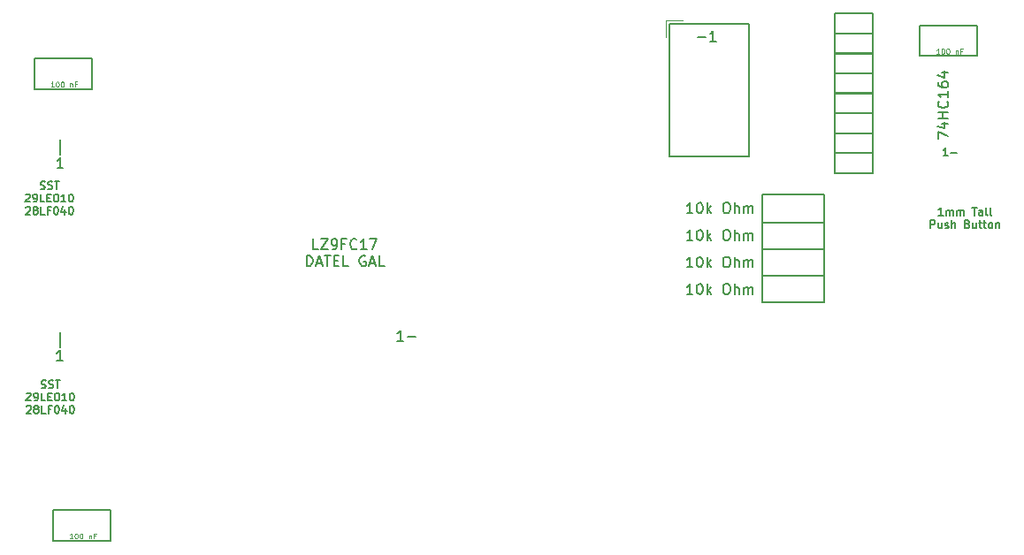
<source format=gbr>
%TF.GenerationSoftware,KiCad,Pcbnew,(6.0.2)*%
%TF.CreationDate,2022-10-22T23:08:43-05:00*%
%TF.ProjectId,REF1220,52454631-3232-4302-9e6b-696361645f70,rev?*%
%TF.SameCoordinates,Original*%
%TF.FileFunction,Legend,Top*%
%TF.FilePolarity,Positive*%
%FSLAX46Y46*%
G04 Gerber Fmt 4.6, Leading zero omitted, Abs format (unit mm)*
G04 Created by KiCad (PCBNEW (6.0.2)) date 2022-10-22 23:08:43*
%MOMM*%
%LPD*%
G01*
G04 APERTURE LIST*
%ADD10C,0.150000*%
%ADD11C,0.125000*%
%ADD12C,0.120000*%
G04 APERTURE END LIST*
D10*
X169809857Y-73797428D02*
X170571761Y-73797428D01*
X171571761Y-74178380D02*
X171000333Y-74178380D01*
X171286047Y-74178380D02*
X171286047Y-73178380D01*
X171190809Y-73321238D01*
X171095571Y-73416476D01*
X171000333Y-73464095D01*
X106905857Y-88330071D02*
X107013000Y-88365785D01*
X107191571Y-88365785D01*
X107263000Y-88330071D01*
X107298714Y-88294357D01*
X107334428Y-88222928D01*
X107334428Y-88151500D01*
X107298714Y-88080071D01*
X107263000Y-88044357D01*
X107191571Y-88008642D01*
X107048714Y-87972928D01*
X106977285Y-87937214D01*
X106941571Y-87901500D01*
X106905857Y-87830071D01*
X106905857Y-87758642D01*
X106941571Y-87687214D01*
X106977285Y-87651500D01*
X107048714Y-87615785D01*
X107227285Y-87615785D01*
X107334428Y-87651500D01*
X107620142Y-88330071D02*
X107727285Y-88365785D01*
X107905857Y-88365785D01*
X107977285Y-88330071D01*
X108013000Y-88294357D01*
X108048714Y-88222928D01*
X108048714Y-88151500D01*
X108013000Y-88080071D01*
X107977285Y-88044357D01*
X107905857Y-88008642D01*
X107763000Y-87972928D01*
X107691571Y-87937214D01*
X107655857Y-87901500D01*
X107620142Y-87830071D01*
X107620142Y-87758642D01*
X107655857Y-87687214D01*
X107691571Y-87651500D01*
X107763000Y-87615785D01*
X107941571Y-87615785D01*
X108048714Y-87651500D01*
X108263000Y-87615785D02*
X108691571Y-87615785D01*
X108477285Y-88365785D02*
X108477285Y-87615785D01*
X105477285Y-88894714D02*
X105513000Y-88859000D01*
X105584428Y-88823285D01*
X105763000Y-88823285D01*
X105834428Y-88859000D01*
X105870142Y-88894714D01*
X105905857Y-88966142D01*
X105905857Y-89037571D01*
X105870142Y-89144714D01*
X105441571Y-89573285D01*
X105905857Y-89573285D01*
X106263000Y-89573285D02*
X106405857Y-89573285D01*
X106477285Y-89537571D01*
X106513000Y-89501857D01*
X106584428Y-89394714D01*
X106620142Y-89251857D01*
X106620142Y-88966142D01*
X106584428Y-88894714D01*
X106548714Y-88859000D01*
X106477285Y-88823285D01*
X106334428Y-88823285D01*
X106263000Y-88859000D01*
X106227285Y-88894714D01*
X106191571Y-88966142D01*
X106191571Y-89144714D01*
X106227285Y-89216142D01*
X106263000Y-89251857D01*
X106334428Y-89287571D01*
X106477285Y-89287571D01*
X106548714Y-89251857D01*
X106584428Y-89216142D01*
X106620142Y-89144714D01*
X107298714Y-89573285D02*
X106941571Y-89573285D01*
X106941571Y-88823285D01*
X107548714Y-89180428D02*
X107798714Y-89180428D01*
X107905857Y-89573285D02*
X107548714Y-89573285D01*
X107548714Y-88823285D01*
X107905857Y-88823285D01*
X108370142Y-88823285D02*
X108441571Y-88823285D01*
X108513000Y-88859000D01*
X108548714Y-88894714D01*
X108584428Y-88966142D01*
X108620142Y-89109000D01*
X108620142Y-89287571D01*
X108584428Y-89430428D01*
X108548714Y-89501857D01*
X108513000Y-89537571D01*
X108441571Y-89573285D01*
X108370142Y-89573285D01*
X108298714Y-89537571D01*
X108263000Y-89501857D01*
X108227285Y-89430428D01*
X108191571Y-89287571D01*
X108191571Y-89109000D01*
X108227285Y-88966142D01*
X108263000Y-88894714D01*
X108298714Y-88859000D01*
X108370142Y-88823285D01*
X109334428Y-89573285D02*
X108905857Y-89573285D01*
X109120142Y-89573285D02*
X109120142Y-88823285D01*
X109048714Y-88930428D01*
X108977285Y-89001857D01*
X108905857Y-89037571D01*
X109798714Y-88823285D02*
X109870142Y-88823285D01*
X109941571Y-88859000D01*
X109977285Y-88894714D01*
X110013000Y-88966142D01*
X110048714Y-89109000D01*
X110048714Y-89287571D01*
X110013000Y-89430428D01*
X109977285Y-89501857D01*
X109941571Y-89537571D01*
X109870142Y-89573285D01*
X109798714Y-89573285D01*
X109727285Y-89537571D01*
X109691571Y-89501857D01*
X109655857Y-89430428D01*
X109620142Y-89287571D01*
X109620142Y-89109000D01*
X109655857Y-88966142D01*
X109691571Y-88894714D01*
X109727285Y-88859000D01*
X109798714Y-88823285D01*
X105495142Y-90102214D02*
X105530857Y-90066500D01*
X105602285Y-90030785D01*
X105780857Y-90030785D01*
X105852285Y-90066500D01*
X105888000Y-90102214D01*
X105923714Y-90173642D01*
X105923714Y-90245071D01*
X105888000Y-90352214D01*
X105459428Y-90780785D01*
X105923714Y-90780785D01*
X106352285Y-90352214D02*
X106280857Y-90316500D01*
X106245142Y-90280785D01*
X106209428Y-90209357D01*
X106209428Y-90173642D01*
X106245142Y-90102214D01*
X106280857Y-90066500D01*
X106352285Y-90030785D01*
X106495142Y-90030785D01*
X106566571Y-90066500D01*
X106602285Y-90102214D01*
X106638000Y-90173642D01*
X106638000Y-90209357D01*
X106602285Y-90280785D01*
X106566571Y-90316500D01*
X106495142Y-90352214D01*
X106352285Y-90352214D01*
X106280857Y-90387928D01*
X106245142Y-90423642D01*
X106209428Y-90495071D01*
X106209428Y-90637928D01*
X106245142Y-90709357D01*
X106280857Y-90745071D01*
X106352285Y-90780785D01*
X106495142Y-90780785D01*
X106566571Y-90745071D01*
X106602285Y-90709357D01*
X106638000Y-90637928D01*
X106638000Y-90495071D01*
X106602285Y-90423642D01*
X106566571Y-90387928D01*
X106495142Y-90352214D01*
X107316571Y-90780785D02*
X106959428Y-90780785D01*
X106959428Y-90030785D01*
X107816571Y-90387928D02*
X107566571Y-90387928D01*
X107566571Y-90780785D02*
X107566571Y-90030785D01*
X107923714Y-90030785D01*
X108352285Y-90030785D02*
X108423714Y-90030785D01*
X108495142Y-90066500D01*
X108530857Y-90102214D01*
X108566571Y-90173642D01*
X108602285Y-90316500D01*
X108602285Y-90495071D01*
X108566571Y-90637928D01*
X108530857Y-90709357D01*
X108495142Y-90745071D01*
X108423714Y-90780785D01*
X108352285Y-90780785D01*
X108280857Y-90745071D01*
X108245142Y-90709357D01*
X108209428Y-90637928D01*
X108173714Y-90495071D01*
X108173714Y-90316500D01*
X108209428Y-90173642D01*
X108245142Y-90102214D01*
X108280857Y-90066500D01*
X108352285Y-90030785D01*
X109245142Y-90280785D02*
X109245142Y-90780785D01*
X109066571Y-89995071D02*
X108888000Y-90530785D01*
X109352285Y-90530785D01*
X109780857Y-90030785D02*
X109852285Y-90030785D01*
X109923714Y-90066500D01*
X109959428Y-90102214D01*
X109995142Y-90173642D01*
X110030857Y-90316500D01*
X110030857Y-90495071D01*
X109995142Y-90637928D01*
X109959428Y-90709357D01*
X109923714Y-90745071D01*
X109852285Y-90780785D01*
X109780857Y-90780785D01*
X109709428Y-90745071D01*
X109673714Y-90709357D01*
X109638000Y-90637928D01*
X109602285Y-90495071D01*
X109602285Y-90316500D01*
X109638000Y-90173642D01*
X109673714Y-90102214D01*
X109709428Y-90066500D01*
X109780857Y-90030785D01*
X106984857Y-107386071D02*
X107092000Y-107421785D01*
X107270571Y-107421785D01*
X107342000Y-107386071D01*
X107377714Y-107350357D01*
X107413428Y-107278928D01*
X107413428Y-107207500D01*
X107377714Y-107136071D01*
X107342000Y-107100357D01*
X107270571Y-107064642D01*
X107127714Y-107028928D01*
X107056285Y-106993214D01*
X107020571Y-106957500D01*
X106984857Y-106886071D01*
X106984857Y-106814642D01*
X107020571Y-106743214D01*
X107056285Y-106707500D01*
X107127714Y-106671785D01*
X107306285Y-106671785D01*
X107413428Y-106707500D01*
X107699142Y-107386071D02*
X107806285Y-107421785D01*
X107984857Y-107421785D01*
X108056285Y-107386071D01*
X108092000Y-107350357D01*
X108127714Y-107278928D01*
X108127714Y-107207500D01*
X108092000Y-107136071D01*
X108056285Y-107100357D01*
X107984857Y-107064642D01*
X107842000Y-107028928D01*
X107770571Y-106993214D01*
X107734857Y-106957500D01*
X107699142Y-106886071D01*
X107699142Y-106814642D01*
X107734857Y-106743214D01*
X107770571Y-106707500D01*
X107842000Y-106671785D01*
X108020571Y-106671785D01*
X108127714Y-106707500D01*
X108342000Y-106671785D02*
X108770571Y-106671785D01*
X108556285Y-107421785D02*
X108556285Y-106671785D01*
X105556285Y-107950714D02*
X105592000Y-107915000D01*
X105663428Y-107879285D01*
X105842000Y-107879285D01*
X105913428Y-107915000D01*
X105949142Y-107950714D01*
X105984857Y-108022142D01*
X105984857Y-108093571D01*
X105949142Y-108200714D01*
X105520571Y-108629285D01*
X105984857Y-108629285D01*
X106342000Y-108629285D02*
X106484857Y-108629285D01*
X106556285Y-108593571D01*
X106592000Y-108557857D01*
X106663428Y-108450714D01*
X106699142Y-108307857D01*
X106699142Y-108022142D01*
X106663428Y-107950714D01*
X106627714Y-107915000D01*
X106556285Y-107879285D01*
X106413428Y-107879285D01*
X106342000Y-107915000D01*
X106306285Y-107950714D01*
X106270571Y-108022142D01*
X106270571Y-108200714D01*
X106306285Y-108272142D01*
X106342000Y-108307857D01*
X106413428Y-108343571D01*
X106556285Y-108343571D01*
X106627714Y-108307857D01*
X106663428Y-108272142D01*
X106699142Y-108200714D01*
X107377714Y-108629285D02*
X107020571Y-108629285D01*
X107020571Y-107879285D01*
X107627714Y-108236428D02*
X107877714Y-108236428D01*
X107984857Y-108629285D02*
X107627714Y-108629285D01*
X107627714Y-107879285D01*
X107984857Y-107879285D01*
X108449142Y-107879285D02*
X108520571Y-107879285D01*
X108592000Y-107915000D01*
X108627714Y-107950714D01*
X108663428Y-108022142D01*
X108699142Y-108165000D01*
X108699142Y-108343571D01*
X108663428Y-108486428D01*
X108627714Y-108557857D01*
X108592000Y-108593571D01*
X108520571Y-108629285D01*
X108449142Y-108629285D01*
X108377714Y-108593571D01*
X108342000Y-108557857D01*
X108306285Y-108486428D01*
X108270571Y-108343571D01*
X108270571Y-108165000D01*
X108306285Y-108022142D01*
X108342000Y-107950714D01*
X108377714Y-107915000D01*
X108449142Y-107879285D01*
X109413428Y-108629285D02*
X108984857Y-108629285D01*
X109199142Y-108629285D02*
X109199142Y-107879285D01*
X109127714Y-107986428D01*
X109056285Y-108057857D01*
X108984857Y-108093571D01*
X109877714Y-107879285D02*
X109949142Y-107879285D01*
X110020571Y-107915000D01*
X110056285Y-107950714D01*
X110092000Y-108022142D01*
X110127714Y-108165000D01*
X110127714Y-108343571D01*
X110092000Y-108486428D01*
X110056285Y-108557857D01*
X110020571Y-108593571D01*
X109949142Y-108629285D01*
X109877714Y-108629285D01*
X109806285Y-108593571D01*
X109770571Y-108557857D01*
X109734857Y-108486428D01*
X109699142Y-108343571D01*
X109699142Y-108165000D01*
X109734857Y-108022142D01*
X109770571Y-107950714D01*
X109806285Y-107915000D01*
X109877714Y-107879285D01*
X105574142Y-109158214D02*
X105609857Y-109122500D01*
X105681285Y-109086785D01*
X105859857Y-109086785D01*
X105931285Y-109122500D01*
X105967000Y-109158214D01*
X106002714Y-109229642D01*
X106002714Y-109301071D01*
X105967000Y-109408214D01*
X105538428Y-109836785D01*
X106002714Y-109836785D01*
X106431285Y-109408214D02*
X106359857Y-109372500D01*
X106324142Y-109336785D01*
X106288428Y-109265357D01*
X106288428Y-109229642D01*
X106324142Y-109158214D01*
X106359857Y-109122500D01*
X106431285Y-109086785D01*
X106574142Y-109086785D01*
X106645571Y-109122500D01*
X106681285Y-109158214D01*
X106717000Y-109229642D01*
X106717000Y-109265357D01*
X106681285Y-109336785D01*
X106645571Y-109372500D01*
X106574142Y-109408214D01*
X106431285Y-109408214D01*
X106359857Y-109443928D01*
X106324142Y-109479642D01*
X106288428Y-109551071D01*
X106288428Y-109693928D01*
X106324142Y-109765357D01*
X106359857Y-109801071D01*
X106431285Y-109836785D01*
X106574142Y-109836785D01*
X106645571Y-109801071D01*
X106681285Y-109765357D01*
X106717000Y-109693928D01*
X106717000Y-109551071D01*
X106681285Y-109479642D01*
X106645571Y-109443928D01*
X106574142Y-109408214D01*
X107395571Y-109836785D02*
X107038428Y-109836785D01*
X107038428Y-109086785D01*
X107895571Y-109443928D02*
X107645571Y-109443928D01*
X107645571Y-109836785D02*
X107645571Y-109086785D01*
X108002714Y-109086785D01*
X108431285Y-109086785D02*
X108502714Y-109086785D01*
X108574142Y-109122500D01*
X108609857Y-109158214D01*
X108645571Y-109229642D01*
X108681285Y-109372500D01*
X108681285Y-109551071D01*
X108645571Y-109693928D01*
X108609857Y-109765357D01*
X108574142Y-109801071D01*
X108502714Y-109836785D01*
X108431285Y-109836785D01*
X108359857Y-109801071D01*
X108324142Y-109765357D01*
X108288428Y-109693928D01*
X108252714Y-109551071D01*
X108252714Y-109372500D01*
X108288428Y-109229642D01*
X108324142Y-109158214D01*
X108359857Y-109122500D01*
X108431285Y-109086785D01*
X109324142Y-109336785D02*
X109324142Y-109836785D01*
X109145571Y-109051071D02*
X108967000Y-109586785D01*
X109431285Y-109586785D01*
X109859857Y-109086785D02*
X109931285Y-109086785D01*
X110002714Y-109122500D01*
X110038428Y-109158214D01*
X110074142Y-109229642D01*
X110109857Y-109372500D01*
X110109857Y-109551071D01*
X110074142Y-109693928D01*
X110038428Y-109765357D01*
X110002714Y-109801071D01*
X109931285Y-109836785D01*
X109859857Y-109836785D01*
X109788428Y-109801071D01*
X109752714Y-109765357D01*
X109717000Y-109693928D01*
X109681285Y-109551071D01*
X109681285Y-109372500D01*
X109717000Y-109229642D01*
X109752714Y-109158214D01*
X109788428Y-109122500D01*
X109859857Y-109086785D01*
X133510190Y-94122380D02*
X133034000Y-94122380D01*
X133034000Y-93122380D01*
X133748285Y-93122380D02*
X134414952Y-93122380D01*
X133748285Y-94122380D01*
X134414952Y-94122380D01*
X134843523Y-94122380D02*
X135034000Y-94122380D01*
X135129238Y-94074761D01*
X135176857Y-94027142D01*
X135272095Y-93884285D01*
X135319714Y-93693809D01*
X135319714Y-93312857D01*
X135272095Y-93217619D01*
X135224476Y-93170000D01*
X135129238Y-93122380D01*
X134938761Y-93122380D01*
X134843523Y-93170000D01*
X134795904Y-93217619D01*
X134748285Y-93312857D01*
X134748285Y-93550952D01*
X134795904Y-93646190D01*
X134843523Y-93693809D01*
X134938761Y-93741428D01*
X135129238Y-93741428D01*
X135224476Y-93693809D01*
X135272095Y-93646190D01*
X135319714Y-93550952D01*
X136081619Y-93598571D02*
X135748285Y-93598571D01*
X135748285Y-94122380D02*
X135748285Y-93122380D01*
X136224476Y-93122380D01*
X137176857Y-94027142D02*
X137129238Y-94074761D01*
X136986380Y-94122380D01*
X136891142Y-94122380D01*
X136748285Y-94074761D01*
X136653047Y-93979523D01*
X136605428Y-93884285D01*
X136557809Y-93693809D01*
X136557809Y-93550952D01*
X136605428Y-93360476D01*
X136653047Y-93265238D01*
X136748285Y-93170000D01*
X136891142Y-93122380D01*
X136986380Y-93122380D01*
X137129238Y-93170000D01*
X137176857Y-93217619D01*
X138129238Y-94122380D02*
X137557809Y-94122380D01*
X137843523Y-94122380D02*
X137843523Y-93122380D01*
X137748285Y-93265238D01*
X137653047Y-93360476D01*
X137557809Y-93408095D01*
X138462571Y-93122380D02*
X139129238Y-93122380D01*
X138700666Y-94122380D01*
X132391142Y-95732380D02*
X132391142Y-94732380D01*
X132629238Y-94732380D01*
X132772095Y-94780000D01*
X132867333Y-94875238D01*
X132914952Y-94970476D01*
X132962571Y-95160952D01*
X132962571Y-95303809D01*
X132914952Y-95494285D01*
X132867333Y-95589523D01*
X132772095Y-95684761D01*
X132629238Y-95732380D01*
X132391142Y-95732380D01*
X133343523Y-95446666D02*
X133819714Y-95446666D01*
X133248285Y-95732380D02*
X133581619Y-94732380D01*
X133914952Y-95732380D01*
X134105428Y-94732380D02*
X134676857Y-94732380D01*
X134391142Y-95732380D02*
X134391142Y-94732380D01*
X135010190Y-95208571D02*
X135343523Y-95208571D01*
X135486380Y-95732380D02*
X135010190Y-95732380D01*
X135010190Y-94732380D01*
X135486380Y-94732380D01*
X136391142Y-95732380D02*
X135914952Y-95732380D01*
X135914952Y-94732380D01*
X138010190Y-94780000D02*
X137914952Y-94732380D01*
X137772095Y-94732380D01*
X137629238Y-94780000D01*
X137534000Y-94875238D01*
X137486380Y-94970476D01*
X137438761Y-95160952D01*
X137438761Y-95303809D01*
X137486380Y-95494285D01*
X137534000Y-95589523D01*
X137629238Y-95684761D01*
X137772095Y-95732380D01*
X137867333Y-95732380D01*
X138010190Y-95684761D01*
X138057809Y-95637142D01*
X138057809Y-95303809D01*
X137867333Y-95303809D01*
X138438761Y-95446666D02*
X138914952Y-95446666D01*
X138343523Y-95732380D02*
X138676857Y-94732380D01*
X139010190Y-95732380D01*
X139819714Y-95732380D02*
X139343523Y-95732380D01*
X139343523Y-94732380D01*
X175995000Y-94087000D02*
X181935000Y-94087000D01*
X181935000Y-94087000D02*
X181935000Y-96624000D01*
X181935000Y-96624000D02*
X175995000Y-96624000D01*
X175995000Y-96624000D02*
X175995000Y-94087000D01*
X181935000Y-96624000D02*
X176001000Y-96624000D01*
X176001000Y-96624000D02*
X176001000Y-99185000D01*
X176001000Y-99185000D02*
X181935000Y-99185000D01*
X181935000Y-99185000D02*
X181935000Y-96624000D01*
X181936000Y-91565000D02*
X175995000Y-91565000D01*
X175995000Y-91565000D02*
X175995000Y-94087000D01*
X175995000Y-94087000D02*
X181936000Y-94087000D01*
X181936000Y-94087000D02*
X181936000Y-91565000D01*
X181936000Y-91563000D02*
X175998000Y-91563000D01*
X175998000Y-91563000D02*
X175998000Y-88905000D01*
X175998000Y-88905000D02*
X181936000Y-88905000D01*
X181936000Y-88905000D02*
X181936000Y-91563000D01*
X169353952Y-95837712D02*
X168782523Y-95837712D01*
X169068238Y-95837712D02*
X169068238Y-94837712D01*
X168973000Y-94980570D01*
X168877761Y-95075808D01*
X168782523Y-95123427D01*
X169973000Y-94837712D02*
X170068238Y-94837712D01*
X170163476Y-94885332D01*
X170211095Y-94932951D01*
X170258714Y-95028189D01*
X170306333Y-95218665D01*
X170306333Y-95456760D01*
X170258714Y-95647236D01*
X170211095Y-95742474D01*
X170163476Y-95790093D01*
X170068238Y-95837712D01*
X169973000Y-95837712D01*
X169877761Y-95790093D01*
X169830142Y-95742474D01*
X169782523Y-95647236D01*
X169734904Y-95456760D01*
X169734904Y-95218665D01*
X169782523Y-95028189D01*
X169830142Y-94932951D01*
X169877761Y-94885332D01*
X169973000Y-94837712D01*
X170734904Y-95837712D02*
X170734904Y-94837712D01*
X170830142Y-95456760D02*
X171115857Y-95837712D01*
X171115857Y-95171046D02*
X170734904Y-95551998D01*
X172496809Y-94837712D02*
X172687285Y-94837712D01*
X172782523Y-94885332D01*
X172877761Y-94980570D01*
X172925380Y-95171046D01*
X172925380Y-95504379D01*
X172877761Y-95694855D01*
X172782523Y-95790093D01*
X172687285Y-95837712D01*
X172496809Y-95837712D01*
X172401571Y-95790093D01*
X172306333Y-95694855D01*
X172258714Y-95504379D01*
X172258714Y-95171046D01*
X172306333Y-94980570D01*
X172401571Y-94885332D01*
X172496809Y-94837712D01*
X173353952Y-95837712D02*
X173353952Y-94837712D01*
X173782523Y-95837712D02*
X173782523Y-95313903D01*
X173734904Y-95218665D01*
X173639666Y-95171046D01*
X173496809Y-95171046D01*
X173401571Y-95218665D01*
X173353952Y-95266284D01*
X174258714Y-95837712D02*
X174258714Y-95171046D01*
X174258714Y-95266284D02*
X174306333Y-95218665D01*
X174401571Y-95171046D01*
X174544428Y-95171046D01*
X174639666Y-95218665D01*
X174687285Y-95313903D01*
X174687285Y-95837712D01*
X174687285Y-95313903D02*
X174734904Y-95218665D01*
X174830142Y-95171046D01*
X174973000Y-95171046D01*
X175068238Y-95218665D01*
X175115857Y-95313903D01*
X175115857Y-95837712D01*
X169353952Y-93248046D02*
X168782523Y-93248046D01*
X169068238Y-93248046D02*
X169068238Y-92248046D01*
X168973000Y-92390904D01*
X168877761Y-92486142D01*
X168782523Y-92533761D01*
X169973000Y-92248046D02*
X170068238Y-92248046D01*
X170163476Y-92295666D01*
X170211095Y-92343285D01*
X170258714Y-92438523D01*
X170306333Y-92628999D01*
X170306333Y-92867094D01*
X170258714Y-93057570D01*
X170211095Y-93152808D01*
X170163476Y-93200427D01*
X170068238Y-93248046D01*
X169973000Y-93248046D01*
X169877761Y-93200427D01*
X169830142Y-93152808D01*
X169782523Y-93057570D01*
X169734904Y-92867094D01*
X169734904Y-92628999D01*
X169782523Y-92438523D01*
X169830142Y-92343285D01*
X169877761Y-92295666D01*
X169973000Y-92248046D01*
X170734904Y-93248046D02*
X170734904Y-92248046D01*
X170830142Y-92867094D02*
X171115857Y-93248046D01*
X171115857Y-92581380D02*
X170734904Y-92962332D01*
X172496809Y-92248046D02*
X172687285Y-92248046D01*
X172782523Y-92295666D01*
X172877761Y-92390904D01*
X172925380Y-92581380D01*
X172925380Y-92914713D01*
X172877761Y-93105189D01*
X172782523Y-93200427D01*
X172687285Y-93248046D01*
X172496809Y-93248046D01*
X172401571Y-93200427D01*
X172306333Y-93105189D01*
X172258714Y-92914713D01*
X172258714Y-92581380D01*
X172306333Y-92390904D01*
X172401571Y-92295666D01*
X172496809Y-92248046D01*
X173353952Y-93248046D02*
X173353952Y-92248046D01*
X173782523Y-93248046D02*
X173782523Y-92724237D01*
X173734904Y-92628999D01*
X173639666Y-92581380D01*
X173496809Y-92581380D01*
X173401571Y-92628999D01*
X173353952Y-92676618D01*
X174258714Y-93248046D02*
X174258714Y-92581380D01*
X174258714Y-92676618D02*
X174306333Y-92628999D01*
X174401571Y-92581380D01*
X174544428Y-92581380D01*
X174639666Y-92628999D01*
X174687285Y-92724237D01*
X174687285Y-93248046D01*
X174687285Y-92724237D02*
X174734904Y-92628999D01*
X174830142Y-92581380D01*
X174973000Y-92581380D01*
X175068238Y-92628999D01*
X175115857Y-92724237D01*
X175115857Y-93248046D01*
X169353952Y-90658380D02*
X168782523Y-90658380D01*
X169068238Y-90658380D02*
X169068238Y-89658380D01*
X168973000Y-89801238D01*
X168877761Y-89896476D01*
X168782523Y-89944095D01*
X169973000Y-89658380D02*
X170068238Y-89658380D01*
X170163476Y-89706000D01*
X170211095Y-89753619D01*
X170258714Y-89848857D01*
X170306333Y-90039333D01*
X170306333Y-90277428D01*
X170258714Y-90467904D01*
X170211095Y-90563142D01*
X170163476Y-90610761D01*
X170068238Y-90658380D01*
X169973000Y-90658380D01*
X169877761Y-90610761D01*
X169830142Y-90563142D01*
X169782523Y-90467904D01*
X169734904Y-90277428D01*
X169734904Y-90039333D01*
X169782523Y-89848857D01*
X169830142Y-89753619D01*
X169877761Y-89706000D01*
X169973000Y-89658380D01*
X170734904Y-90658380D02*
X170734904Y-89658380D01*
X170830142Y-90277428D02*
X171115857Y-90658380D01*
X171115857Y-89991714D02*
X170734904Y-90372666D01*
X172496809Y-89658380D02*
X172687285Y-89658380D01*
X172782523Y-89706000D01*
X172877761Y-89801238D01*
X172925380Y-89991714D01*
X172925380Y-90325047D01*
X172877761Y-90515523D01*
X172782523Y-90610761D01*
X172687285Y-90658380D01*
X172496809Y-90658380D01*
X172401571Y-90610761D01*
X172306333Y-90515523D01*
X172258714Y-90325047D01*
X172258714Y-89991714D01*
X172306333Y-89801238D01*
X172401571Y-89706000D01*
X172496809Y-89658380D01*
X173353952Y-90658380D02*
X173353952Y-89658380D01*
X173782523Y-90658380D02*
X173782523Y-90134571D01*
X173734904Y-90039333D01*
X173639666Y-89991714D01*
X173496809Y-89991714D01*
X173401571Y-90039333D01*
X173353952Y-90086952D01*
X174258714Y-90658380D02*
X174258714Y-89991714D01*
X174258714Y-90086952D02*
X174306333Y-90039333D01*
X174401571Y-89991714D01*
X174544428Y-89991714D01*
X174639666Y-90039333D01*
X174687285Y-90134571D01*
X174687285Y-90658380D01*
X174687285Y-90134571D02*
X174734904Y-90039333D01*
X174830142Y-89991714D01*
X174973000Y-89991714D01*
X175068238Y-90039333D01*
X175115857Y-90134571D01*
X175115857Y-90658380D01*
X193767000Y-85170285D02*
X193338428Y-85170285D01*
X193552714Y-85170285D02*
X193552714Y-84420285D01*
X193481285Y-84527428D01*
X193409857Y-84598857D01*
X193338428Y-84634571D01*
X194088428Y-84884571D02*
X194659857Y-84884571D01*
X141644666Y-102878380D02*
X141073238Y-102878380D01*
X141358952Y-102878380D02*
X141358952Y-101878380D01*
X141263714Y-102021238D01*
X141168476Y-102116476D01*
X141073238Y-102164095D01*
X142073238Y-102497428D02*
X142835142Y-102497428D01*
X193330714Y-90881535D02*
X192902142Y-90881535D01*
X193116428Y-90881535D02*
X193116428Y-90131535D01*
X193045000Y-90238678D01*
X192973571Y-90310107D01*
X192902142Y-90345821D01*
X193652142Y-90881535D02*
X193652142Y-90381535D01*
X193652142Y-90452964D02*
X193687857Y-90417250D01*
X193759285Y-90381535D01*
X193866428Y-90381535D01*
X193937857Y-90417250D01*
X193973571Y-90488678D01*
X193973571Y-90881535D01*
X193973571Y-90488678D02*
X194009285Y-90417250D01*
X194080714Y-90381535D01*
X194187857Y-90381535D01*
X194259285Y-90417250D01*
X194295000Y-90488678D01*
X194295000Y-90881535D01*
X194652142Y-90881535D02*
X194652142Y-90381535D01*
X194652142Y-90452964D02*
X194687857Y-90417250D01*
X194759285Y-90381535D01*
X194866428Y-90381535D01*
X194937857Y-90417250D01*
X194973571Y-90488678D01*
X194973571Y-90881535D01*
X194973571Y-90488678D02*
X195009285Y-90417250D01*
X195080714Y-90381535D01*
X195187857Y-90381535D01*
X195259285Y-90417250D01*
X195295000Y-90488678D01*
X195295000Y-90881535D01*
X196116428Y-90131535D02*
X196545000Y-90131535D01*
X196330714Y-90881535D02*
X196330714Y-90131535D01*
X197116428Y-90881535D02*
X197116428Y-90488678D01*
X197080714Y-90417250D01*
X197009285Y-90381535D01*
X196866428Y-90381535D01*
X196795000Y-90417250D01*
X197116428Y-90845821D02*
X197045000Y-90881535D01*
X196866428Y-90881535D01*
X196795000Y-90845821D01*
X196759285Y-90774392D01*
X196759285Y-90702964D01*
X196795000Y-90631535D01*
X196866428Y-90595821D01*
X197045000Y-90595821D01*
X197116428Y-90560107D01*
X197580714Y-90881535D02*
X197509285Y-90845821D01*
X197473571Y-90774392D01*
X197473571Y-90131535D01*
X197973571Y-90881535D02*
X197902142Y-90845821D01*
X197866428Y-90774392D01*
X197866428Y-90131535D01*
X192134285Y-92089035D02*
X192134285Y-91339035D01*
X192420000Y-91339035D01*
X192491428Y-91374750D01*
X192527142Y-91410464D01*
X192562857Y-91481892D01*
X192562857Y-91589035D01*
X192527142Y-91660464D01*
X192491428Y-91696178D01*
X192420000Y-91731892D01*
X192134285Y-91731892D01*
X193205714Y-91589035D02*
X193205714Y-92089035D01*
X192884285Y-91589035D02*
X192884285Y-91981892D01*
X192920000Y-92053321D01*
X192991428Y-92089035D01*
X193098571Y-92089035D01*
X193170000Y-92053321D01*
X193205714Y-92017607D01*
X193527142Y-92053321D02*
X193598571Y-92089035D01*
X193741428Y-92089035D01*
X193812857Y-92053321D01*
X193848571Y-91981892D01*
X193848571Y-91946178D01*
X193812857Y-91874750D01*
X193741428Y-91839035D01*
X193634285Y-91839035D01*
X193562857Y-91803321D01*
X193527142Y-91731892D01*
X193527142Y-91696178D01*
X193562857Y-91624750D01*
X193634285Y-91589035D01*
X193741428Y-91589035D01*
X193812857Y-91624750D01*
X194170000Y-92089035D02*
X194170000Y-91339035D01*
X194491428Y-92089035D02*
X194491428Y-91696178D01*
X194455714Y-91624750D01*
X194384285Y-91589035D01*
X194277142Y-91589035D01*
X194205714Y-91624750D01*
X194170000Y-91660464D01*
X195670000Y-91696178D02*
X195777142Y-91731892D01*
X195812857Y-91767607D01*
X195848571Y-91839035D01*
X195848571Y-91946178D01*
X195812857Y-92017607D01*
X195777142Y-92053321D01*
X195705714Y-92089035D01*
X195420000Y-92089035D01*
X195420000Y-91339035D01*
X195670000Y-91339035D01*
X195741428Y-91374750D01*
X195777142Y-91410464D01*
X195812857Y-91481892D01*
X195812857Y-91553321D01*
X195777142Y-91624750D01*
X195741428Y-91660464D01*
X195670000Y-91696178D01*
X195420000Y-91696178D01*
X196491428Y-91589035D02*
X196491428Y-92089035D01*
X196170000Y-91589035D02*
X196170000Y-91981892D01*
X196205714Y-92053321D01*
X196277142Y-92089035D01*
X196384285Y-92089035D01*
X196455714Y-92053321D01*
X196491428Y-92017607D01*
X196741428Y-91589035D02*
X197027142Y-91589035D01*
X196848571Y-91339035D02*
X196848571Y-91981892D01*
X196884285Y-92053321D01*
X196955714Y-92089035D01*
X197027142Y-92089035D01*
X197170000Y-91589035D02*
X197455714Y-91589035D01*
X197277142Y-91339035D02*
X197277142Y-91981892D01*
X197312857Y-92053321D01*
X197384285Y-92089035D01*
X197455714Y-92089035D01*
X197812857Y-92089035D02*
X197741428Y-92053321D01*
X197705714Y-92017607D01*
X197670000Y-91946178D01*
X197670000Y-91731892D01*
X197705714Y-91660464D01*
X197741428Y-91624750D01*
X197812857Y-91589035D01*
X197920000Y-91589035D01*
X197991428Y-91624750D01*
X198027142Y-91660464D01*
X198062857Y-91731892D01*
X198062857Y-91946178D01*
X198027142Y-92017607D01*
X197991428Y-92053321D01*
X197920000Y-92089035D01*
X197812857Y-92089035D01*
X198384285Y-91589035D02*
X198384285Y-92089035D01*
X198384285Y-91660464D02*
X198420000Y-91624750D01*
X198491428Y-91589035D01*
X198598571Y-91589035D01*
X198670000Y-91624750D01*
X198705714Y-91696178D01*
X198705714Y-92089035D01*
X108781000Y-85053714D02*
X108781000Y-83625142D01*
X109066714Y-86330380D02*
X108495285Y-86330380D01*
X108781000Y-86330380D02*
X108781000Y-85330380D01*
X108685761Y-85473238D01*
X108590523Y-85568476D01*
X108495285Y-85616095D01*
X169353952Y-98427380D02*
X168782523Y-98427380D01*
X169068238Y-98427380D02*
X169068238Y-97427380D01*
X168973000Y-97570238D01*
X168877761Y-97665476D01*
X168782523Y-97713095D01*
X169973000Y-97427380D02*
X170068238Y-97427380D01*
X170163476Y-97475000D01*
X170211095Y-97522619D01*
X170258714Y-97617857D01*
X170306333Y-97808333D01*
X170306333Y-98046428D01*
X170258714Y-98236904D01*
X170211095Y-98332142D01*
X170163476Y-98379761D01*
X170068238Y-98427380D01*
X169973000Y-98427380D01*
X169877761Y-98379761D01*
X169830142Y-98332142D01*
X169782523Y-98236904D01*
X169734904Y-98046428D01*
X169734904Y-97808333D01*
X169782523Y-97617857D01*
X169830142Y-97522619D01*
X169877761Y-97475000D01*
X169973000Y-97427380D01*
X170734904Y-98427380D02*
X170734904Y-97427380D01*
X170830142Y-98046428D02*
X171115857Y-98427380D01*
X171115857Y-97760714D02*
X170734904Y-98141666D01*
X172496809Y-97427380D02*
X172687285Y-97427380D01*
X172782523Y-97475000D01*
X172877761Y-97570238D01*
X172925380Y-97760714D01*
X172925380Y-98094047D01*
X172877761Y-98284523D01*
X172782523Y-98379761D01*
X172687285Y-98427380D01*
X172496809Y-98427380D01*
X172401571Y-98379761D01*
X172306333Y-98284523D01*
X172258714Y-98094047D01*
X172258714Y-97760714D01*
X172306333Y-97570238D01*
X172401571Y-97475000D01*
X172496809Y-97427380D01*
X173353952Y-98427380D02*
X173353952Y-97427380D01*
X173782523Y-98427380D02*
X173782523Y-97903571D01*
X173734904Y-97808333D01*
X173639666Y-97760714D01*
X173496809Y-97760714D01*
X173401571Y-97808333D01*
X173353952Y-97855952D01*
X174258714Y-98427380D02*
X174258714Y-97760714D01*
X174258714Y-97855952D02*
X174306333Y-97808333D01*
X174401571Y-97760714D01*
X174544428Y-97760714D01*
X174639666Y-97808333D01*
X174687285Y-97903571D01*
X174687285Y-98427380D01*
X174687285Y-97903571D02*
X174734904Y-97808333D01*
X174830142Y-97760714D01*
X174973000Y-97760714D01*
X175068238Y-97808333D01*
X175115857Y-97903571D01*
X175115857Y-98427380D01*
X192828380Y-83553904D02*
X192828380Y-82887238D01*
X193828380Y-83315809D01*
X193161714Y-82077714D02*
X193828380Y-82077714D01*
X192780761Y-82315809D02*
X193495047Y-82553904D01*
X193495047Y-81934857D01*
X193828380Y-81553904D02*
X192828380Y-81553904D01*
X193304571Y-81553904D02*
X193304571Y-80982476D01*
X193828380Y-80982476D02*
X192828380Y-80982476D01*
X193733142Y-79934857D02*
X193780761Y-79982476D01*
X193828380Y-80125333D01*
X193828380Y-80220571D01*
X193780761Y-80363428D01*
X193685523Y-80458666D01*
X193590285Y-80506285D01*
X193399809Y-80553904D01*
X193256952Y-80553904D01*
X193066476Y-80506285D01*
X192971238Y-80458666D01*
X192876000Y-80363428D01*
X192828380Y-80220571D01*
X192828380Y-80125333D01*
X192876000Y-79982476D01*
X192923619Y-79934857D01*
X193828380Y-78982476D02*
X193828380Y-79553904D01*
X193828380Y-79268190D02*
X192828380Y-79268190D01*
X192971238Y-79363428D01*
X193066476Y-79458666D01*
X193114095Y-79553904D01*
X192828380Y-78125333D02*
X192828380Y-78315809D01*
X192876000Y-78411047D01*
X192923619Y-78458666D01*
X193066476Y-78553904D01*
X193256952Y-78601523D01*
X193637904Y-78601523D01*
X193733142Y-78553904D01*
X193780761Y-78506285D01*
X193828380Y-78411047D01*
X193828380Y-78220571D01*
X193780761Y-78125333D01*
X193733142Y-78077714D01*
X193637904Y-78030095D01*
X193399809Y-78030095D01*
X193304571Y-78077714D01*
X193256952Y-78125333D01*
X193209333Y-78220571D01*
X193209333Y-78411047D01*
X193256952Y-78506285D01*
X193304571Y-78553904D01*
X193399809Y-78601523D01*
X193161714Y-77172952D02*
X193828380Y-77172952D01*
X192780761Y-77411047D02*
X193495047Y-77649142D01*
X193495047Y-77030095D01*
X108755000Y-103526714D02*
X108755000Y-102098142D01*
X109040714Y-104803380D02*
X108469285Y-104803380D01*
X108755000Y-104803380D02*
X108755000Y-103803380D01*
X108659761Y-103946238D01*
X108564523Y-104041476D01*
X108469285Y-104089095D01*
D11*
%TO.C,C3*%
X192973714Y-75385190D02*
X192688000Y-75385190D01*
X192830857Y-75385190D02*
X192830857Y-74885190D01*
X192783238Y-74956619D01*
X192735619Y-75004238D01*
X192688000Y-75028047D01*
X193283238Y-74885190D02*
X193330857Y-74885190D01*
X193378476Y-74909000D01*
X193402285Y-74932809D01*
X193426095Y-74980428D01*
X193449904Y-75075666D01*
X193449904Y-75194714D01*
X193426095Y-75289952D01*
X193402285Y-75337571D01*
X193378476Y-75361380D01*
X193330857Y-75385190D01*
X193283238Y-75385190D01*
X193235619Y-75361380D01*
X193211809Y-75337571D01*
X193188000Y-75289952D01*
X193164190Y-75194714D01*
X193164190Y-75075666D01*
X193188000Y-74980428D01*
X193211809Y-74932809D01*
X193235619Y-74909000D01*
X193283238Y-74885190D01*
X193759428Y-74885190D02*
X193807047Y-74885190D01*
X193854666Y-74909000D01*
X193878476Y-74932809D01*
X193902285Y-74980428D01*
X193926095Y-75075666D01*
X193926095Y-75194714D01*
X193902285Y-75289952D01*
X193878476Y-75337571D01*
X193854666Y-75361380D01*
X193807047Y-75385190D01*
X193759428Y-75385190D01*
X193711809Y-75361380D01*
X193688000Y-75337571D01*
X193664190Y-75289952D01*
X193640380Y-75194714D01*
X193640380Y-75075666D01*
X193664190Y-74980428D01*
X193688000Y-74932809D01*
X193711809Y-74909000D01*
X193759428Y-74885190D01*
X194521333Y-75051857D02*
X194521333Y-75385190D01*
X194521333Y-75099476D02*
X194545142Y-75075666D01*
X194592761Y-75051857D01*
X194664190Y-75051857D01*
X194711809Y-75075666D01*
X194735619Y-75123285D01*
X194735619Y-75385190D01*
X195140380Y-75123285D02*
X194973714Y-75123285D01*
X194973714Y-75385190D02*
X194973714Y-74885190D01*
X195211809Y-74885190D01*
%TO.C,C2*%
X109992714Y-121842690D02*
X109707000Y-121842690D01*
X109849857Y-121842690D02*
X109849857Y-121342690D01*
X109802238Y-121414119D01*
X109754619Y-121461738D01*
X109707000Y-121485547D01*
X110302238Y-121342690D02*
X110349857Y-121342690D01*
X110397476Y-121366500D01*
X110421285Y-121390309D01*
X110445095Y-121437928D01*
X110468904Y-121533166D01*
X110468904Y-121652214D01*
X110445095Y-121747452D01*
X110421285Y-121795071D01*
X110397476Y-121818880D01*
X110349857Y-121842690D01*
X110302238Y-121842690D01*
X110254619Y-121818880D01*
X110230809Y-121795071D01*
X110207000Y-121747452D01*
X110183190Y-121652214D01*
X110183190Y-121533166D01*
X110207000Y-121437928D01*
X110230809Y-121390309D01*
X110254619Y-121366500D01*
X110302238Y-121342690D01*
X110778428Y-121342690D02*
X110826047Y-121342690D01*
X110873666Y-121366500D01*
X110897476Y-121390309D01*
X110921285Y-121437928D01*
X110945095Y-121533166D01*
X110945095Y-121652214D01*
X110921285Y-121747452D01*
X110897476Y-121795071D01*
X110873666Y-121818880D01*
X110826047Y-121842690D01*
X110778428Y-121842690D01*
X110730809Y-121818880D01*
X110707000Y-121795071D01*
X110683190Y-121747452D01*
X110659380Y-121652214D01*
X110659380Y-121533166D01*
X110683190Y-121437928D01*
X110707000Y-121390309D01*
X110730809Y-121366500D01*
X110778428Y-121342690D01*
X111540333Y-121509357D02*
X111540333Y-121842690D01*
X111540333Y-121556976D02*
X111564142Y-121533166D01*
X111611761Y-121509357D01*
X111683190Y-121509357D01*
X111730809Y-121533166D01*
X111754619Y-121580785D01*
X111754619Y-121842690D01*
X112159380Y-121580785D02*
X111992714Y-121580785D01*
X111992714Y-121842690D02*
X111992714Y-121342690D01*
X112230809Y-121342690D01*
%TO.C,C1*%
X108187714Y-78561690D02*
X107902000Y-78561690D01*
X108044857Y-78561690D02*
X108044857Y-78061690D01*
X107997238Y-78133119D01*
X107949619Y-78180738D01*
X107902000Y-78204547D01*
X108497238Y-78061690D02*
X108544857Y-78061690D01*
X108592476Y-78085500D01*
X108616285Y-78109309D01*
X108640095Y-78156928D01*
X108663904Y-78252166D01*
X108663904Y-78371214D01*
X108640095Y-78466452D01*
X108616285Y-78514071D01*
X108592476Y-78537880D01*
X108544857Y-78561690D01*
X108497238Y-78561690D01*
X108449619Y-78537880D01*
X108425809Y-78514071D01*
X108402000Y-78466452D01*
X108378190Y-78371214D01*
X108378190Y-78252166D01*
X108402000Y-78156928D01*
X108425809Y-78109309D01*
X108449619Y-78085500D01*
X108497238Y-78061690D01*
X108973428Y-78061690D02*
X109021047Y-78061690D01*
X109068666Y-78085500D01*
X109092476Y-78109309D01*
X109116285Y-78156928D01*
X109140095Y-78252166D01*
X109140095Y-78371214D01*
X109116285Y-78466452D01*
X109092476Y-78514071D01*
X109068666Y-78537880D01*
X109021047Y-78561690D01*
X108973428Y-78561690D01*
X108925809Y-78537880D01*
X108902000Y-78514071D01*
X108878190Y-78466452D01*
X108854380Y-78371214D01*
X108854380Y-78252166D01*
X108878190Y-78156928D01*
X108902000Y-78109309D01*
X108925809Y-78085500D01*
X108973428Y-78061690D01*
X109735333Y-78228357D02*
X109735333Y-78561690D01*
X109735333Y-78275976D02*
X109759142Y-78252166D01*
X109806761Y-78228357D01*
X109878190Y-78228357D01*
X109925809Y-78252166D01*
X109949619Y-78299785D01*
X109949619Y-78561690D01*
X110354380Y-78299785D02*
X110187714Y-78299785D01*
X110187714Y-78561690D02*
X110187714Y-78061690D01*
X110425809Y-78061690D01*
D10*
%TO.C,R10*%
X182987500Y-81052000D02*
X186588500Y-81052000D01*
X186588500Y-81052000D02*
X186588500Y-82982000D01*
X186588500Y-82982000D02*
X182987500Y-82982000D01*
X182987500Y-82982000D02*
X182987500Y-81052000D01*
%TO.C,R8*%
X182987500Y-77242000D02*
X186588500Y-77242000D01*
X186588500Y-77242000D02*
X186588500Y-79172000D01*
X186588500Y-79172000D02*
X182987500Y-79172000D01*
X182987500Y-79172000D02*
X182987500Y-77242000D01*
%TO.C,R11*%
X182987500Y-82995000D02*
X186588500Y-82995000D01*
X186588500Y-82995000D02*
X186588500Y-84925000D01*
X186588500Y-84925000D02*
X182987500Y-84925000D01*
X182987500Y-84925000D02*
X182987500Y-82995000D01*
%TO.C,R5*%
X182987500Y-71528000D02*
X186588500Y-71528000D01*
X186588500Y-71528000D02*
X186588500Y-73458000D01*
X186588500Y-73458000D02*
X182987500Y-73458000D01*
X182987500Y-73458000D02*
X182987500Y-71528000D01*
%TO.C,U6*%
X167131500Y-72521500D02*
X167131500Y-85221500D01*
X174751500Y-85221500D02*
X174751500Y-72521500D01*
D12*
X166771500Y-72161500D02*
X168401500Y-72161500D01*
D10*
X167131500Y-85221500D02*
X174751500Y-85221500D01*
D12*
X166771500Y-73791500D02*
X166771500Y-72161500D01*
D10*
X174751500Y-72521500D02*
X167131500Y-72521500D01*
%TO.C,C3*%
X191117000Y-72676000D02*
X196599000Y-72676000D01*
X196599000Y-72676000D02*
X196599000Y-75609000D01*
X196599000Y-75609000D02*
X191117000Y-75609000D01*
X191117000Y-75609000D02*
X191117000Y-72676000D01*
%TO.C,R7*%
X182987500Y-75334000D02*
X186588500Y-75334000D01*
X186588500Y-75334000D02*
X186588500Y-77264000D01*
X186588500Y-77264000D02*
X182987500Y-77264000D01*
X182987500Y-77264000D02*
X182987500Y-75334000D01*
%TO.C,C2*%
X108136000Y-119133500D02*
X113618000Y-119133500D01*
X113618000Y-119133500D02*
X113618000Y-122066500D01*
X113618000Y-122066500D02*
X108136000Y-122066500D01*
X108136000Y-122066500D02*
X108136000Y-119133500D01*
%TO.C,C1*%
X106331000Y-75852500D02*
X111813000Y-75852500D01*
X111813000Y-75852500D02*
X111813000Y-78785500D01*
X111813000Y-78785500D02*
X106331000Y-78785500D01*
X106331000Y-78785500D02*
X106331000Y-75852500D01*
%TO.C,R9*%
X182987500Y-79145000D02*
X186588500Y-79145000D01*
X186588500Y-79145000D02*
X186588500Y-81075000D01*
X186588500Y-81075000D02*
X182987500Y-81075000D01*
X182987500Y-81075000D02*
X182987500Y-79145000D01*
%TO.C,R6*%
X182987500Y-73433000D02*
X186588500Y-73433000D01*
X186588500Y-73433000D02*
X186588500Y-75363000D01*
X186588500Y-75363000D02*
X182987500Y-75363000D01*
X182987500Y-75363000D02*
X182987500Y-73433000D01*
%TO.C,R12*%
X182987500Y-84866000D02*
X186588500Y-84866000D01*
X186588500Y-84866000D02*
X186588500Y-86796000D01*
X186588500Y-86796000D02*
X182987500Y-86796000D01*
X182987500Y-86796000D02*
X182987500Y-84866000D01*
%TD*%
M02*

</source>
